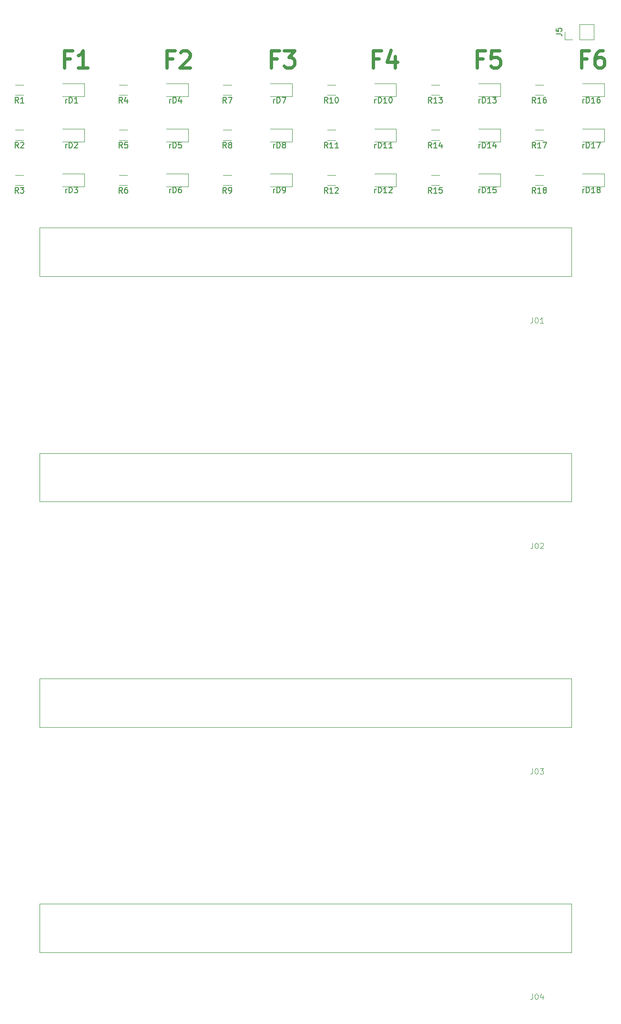
<source format=gbr>
%TF.GenerationSoftware,KiCad,Pcbnew,7.0.10*%
%TF.CreationDate,2024-02-14T11:35:49-06:00*%
%TF.ProjectId,rck,72636b2e-6b69-4636-9164-5f7063625858,rev?*%
%TF.SameCoordinates,PX22c24e4PYbb5f0a8*%
%TF.FileFunction,Legend,Top*%
%TF.FilePolarity,Positive*%
%FSLAX46Y46*%
G04 Gerber Fmt 4.6, Leading zero omitted, Abs format (unit mm)*
G04 Created by KiCad (PCBNEW 7.0.10) date 2024-02-14 11:35:49*
%MOMM*%
%LPD*%
G01*
G04 APERTURE LIST*
%ADD10C,0.600000*%
%ADD11C,0.150000*%
%ADD12C,0.100000*%
%ADD13C,0.120000*%
G04 APERTURE END LIST*
D10*
X41322021Y173060772D02*
X40322021Y173060772D01*
X40322021Y171489343D02*
X40322021Y174489343D01*
X40322021Y174489343D02*
X41750593Y174489343D01*
X42750593Y174203629D02*
X42893450Y174346486D01*
X42893450Y174346486D02*
X43179165Y174489343D01*
X43179165Y174489343D02*
X43893450Y174489343D01*
X43893450Y174489343D02*
X44179165Y174346486D01*
X44179165Y174346486D02*
X44322022Y174203629D01*
X44322022Y174203629D02*
X44464879Y173917915D01*
X44464879Y173917915D02*
X44464879Y173632200D01*
X44464879Y173632200D02*
X44322022Y173203629D01*
X44322022Y173203629D02*
X42607736Y171489343D01*
X42607736Y171489343D02*
X44464879Y171489343D01*
X23161021Y173060772D02*
X22161021Y173060772D01*
X22161021Y171489343D02*
X22161021Y174489343D01*
X22161021Y174489343D02*
X23589593Y174489343D01*
X26303879Y171489343D02*
X24589593Y171489343D01*
X25446736Y171489343D02*
X25446736Y174489343D01*
X25446736Y174489343D02*
X25161022Y174060772D01*
X25161022Y174060772D02*
X24875307Y173775058D01*
X24875307Y173775058D02*
X24589593Y173632200D01*
X78025021Y173060772D02*
X77025021Y173060772D01*
X77025021Y171489343D02*
X77025021Y174489343D01*
X77025021Y174489343D02*
X78453593Y174489343D01*
X80882165Y173489343D02*
X80882165Y171489343D01*
X80167879Y174632200D02*
X79453593Y172489343D01*
X79453593Y172489343D02*
X81310736Y172489343D01*
X96440021Y173060772D02*
X95440021Y173060772D01*
X95440021Y171489343D02*
X95440021Y174489343D01*
X95440021Y174489343D02*
X96868593Y174489343D01*
X99440022Y174489343D02*
X98011450Y174489343D01*
X98011450Y174489343D02*
X97868593Y173060772D01*
X97868593Y173060772D02*
X98011450Y173203629D01*
X98011450Y173203629D02*
X98297165Y173346486D01*
X98297165Y173346486D02*
X99011450Y173346486D01*
X99011450Y173346486D02*
X99297165Y173203629D01*
X99297165Y173203629D02*
X99440022Y173060772D01*
X99440022Y173060772D02*
X99582879Y172775058D01*
X99582879Y172775058D02*
X99582879Y172060772D01*
X99582879Y172060772D02*
X99440022Y171775058D01*
X99440022Y171775058D02*
X99297165Y171632200D01*
X99297165Y171632200D02*
X99011450Y171489343D01*
X99011450Y171489343D02*
X98297165Y171489343D01*
X98297165Y171489343D02*
X98011450Y171632200D01*
X98011450Y171632200D02*
X97868593Y171775058D01*
X59864021Y173060772D02*
X58864021Y173060772D01*
X58864021Y171489343D02*
X58864021Y174489343D01*
X58864021Y174489343D02*
X60292593Y174489343D01*
X61149736Y174489343D02*
X63006879Y174489343D01*
X63006879Y174489343D02*
X62006879Y173346486D01*
X62006879Y173346486D02*
X62435450Y173346486D01*
X62435450Y173346486D02*
X62721165Y173203629D01*
X62721165Y173203629D02*
X62864022Y173060772D01*
X62864022Y173060772D02*
X63006879Y172775058D01*
X63006879Y172775058D02*
X63006879Y172060772D01*
X63006879Y172060772D02*
X62864022Y171775058D01*
X62864022Y171775058D02*
X62721165Y171632200D01*
X62721165Y171632200D02*
X62435450Y171489343D01*
X62435450Y171489343D02*
X61578307Y171489343D01*
X61578307Y171489343D02*
X61292593Y171632200D01*
X61292593Y171632200D02*
X61149736Y171775058D01*
X114959021Y173060772D02*
X113959021Y173060772D01*
X113959021Y171489343D02*
X113959021Y174489343D01*
X113959021Y174489343D02*
X115387593Y174489343D01*
X117816165Y174489343D02*
X117244736Y174489343D01*
X117244736Y174489343D02*
X116959022Y174346486D01*
X116959022Y174346486D02*
X116816165Y174203629D01*
X116816165Y174203629D02*
X116530450Y173775058D01*
X116530450Y173775058D02*
X116387593Y173203629D01*
X116387593Y173203629D02*
X116387593Y172060772D01*
X116387593Y172060772D02*
X116530450Y171775058D01*
X116530450Y171775058D02*
X116673307Y171632200D01*
X116673307Y171632200D02*
X116959022Y171489343D01*
X116959022Y171489343D02*
X117530450Y171489343D01*
X117530450Y171489343D02*
X117816165Y171632200D01*
X117816165Y171632200D02*
X117959022Y171775058D01*
X117959022Y171775058D02*
X118101879Y172060772D01*
X118101879Y172060772D02*
X118101879Y172775058D01*
X118101879Y172775058D02*
X117959022Y173060772D01*
X117959022Y173060772D02*
X117816165Y173203629D01*
X117816165Y173203629D02*
X117530450Y173346486D01*
X117530450Y173346486D02*
X116959022Y173346486D01*
X116959022Y173346486D02*
X116673307Y173203629D01*
X116673307Y173203629D02*
X116530450Y173060772D01*
X116530450Y173060772D02*
X116387593Y172775058D01*
D11*
X105856502Y149235181D02*
X105523169Y149711372D01*
X105285074Y149235181D02*
X105285074Y150235181D01*
X105285074Y150235181D02*
X105666026Y150235181D01*
X105666026Y150235181D02*
X105761264Y150187562D01*
X105761264Y150187562D02*
X105808883Y150139943D01*
X105808883Y150139943D02*
X105856502Y150044705D01*
X105856502Y150044705D02*
X105856502Y149901848D01*
X105856502Y149901848D02*
X105808883Y149806610D01*
X105808883Y149806610D02*
X105761264Y149758991D01*
X105761264Y149758991D02*
X105666026Y149711372D01*
X105666026Y149711372D02*
X105285074Y149711372D01*
X106808883Y149235181D02*
X106237455Y149235181D01*
X106523169Y149235181D02*
X106523169Y150235181D01*
X106523169Y150235181D02*
X106427931Y150092324D01*
X106427931Y150092324D02*
X106332693Y149997086D01*
X106332693Y149997086D02*
X106237455Y149949467D01*
X107380312Y149806610D02*
X107285074Y149854229D01*
X107285074Y149854229D02*
X107237455Y149901848D01*
X107237455Y149901848D02*
X107189836Y149997086D01*
X107189836Y149997086D02*
X107189836Y150044705D01*
X107189836Y150044705D02*
X107237455Y150139943D01*
X107237455Y150139943D02*
X107285074Y150187562D01*
X107285074Y150187562D02*
X107380312Y150235181D01*
X107380312Y150235181D02*
X107570788Y150235181D01*
X107570788Y150235181D02*
X107666026Y150187562D01*
X107666026Y150187562D02*
X107713645Y150139943D01*
X107713645Y150139943D02*
X107761264Y150044705D01*
X107761264Y150044705D02*
X107761264Y149997086D01*
X107761264Y149997086D02*
X107713645Y149901848D01*
X107713645Y149901848D02*
X107666026Y149854229D01*
X107666026Y149854229D02*
X107570788Y149806610D01*
X107570788Y149806610D02*
X107380312Y149806610D01*
X107380312Y149806610D02*
X107285074Y149758991D01*
X107285074Y149758991D02*
X107237455Y149711372D01*
X107237455Y149711372D02*
X107189836Y149616134D01*
X107189836Y149616134D02*
X107189836Y149425658D01*
X107189836Y149425658D02*
X107237455Y149330420D01*
X107237455Y149330420D02*
X107285074Y149282800D01*
X107285074Y149282800D02*
X107380312Y149235181D01*
X107380312Y149235181D02*
X107570788Y149235181D01*
X107570788Y149235181D02*
X107666026Y149282800D01*
X107666026Y149282800D02*
X107713645Y149330420D01*
X107713645Y149330420D02*
X107761264Y149425658D01*
X107761264Y149425658D02*
X107761264Y149616134D01*
X107761264Y149616134D02*
X107713645Y149711372D01*
X107713645Y149711372D02*
X107666026Y149758991D01*
X107666026Y149758991D02*
X107570788Y149806610D01*
X68913958Y165237181D02*
X68580625Y165713372D01*
X68342530Y165237181D02*
X68342530Y166237181D01*
X68342530Y166237181D02*
X68723482Y166237181D01*
X68723482Y166237181D02*
X68818720Y166189562D01*
X68818720Y166189562D02*
X68866339Y166141943D01*
X68866339Y166141943D02*
X68913958Y166046705D01*
X68913958Y166046705D02*
X68913958Y165903848D01*
X68913958Y165903848D02*
X68866339Y165808610D01*
X68866339Y165808610D02*
X68818720Y165760991D01*
X68818720Y165760991D02*
X68723482Y165713372D01*
X68723482Y165713372D02*
X68342530Y165713372D01*
X69866339Y165237181D02*
X69294911Y165237181D01*
X69580625Y165237181D02*
X69580625Y166237181D01*
X69580625Y166237181D02*
X69485387Y166094324D01*
X69485387Y166094324D02*
X69390149Y165999086D01*
X69390149Y165999086D02*
X69294911Y165951467D01*
X70485387Y166237181D02*
X70580625Y166237181D01*
X70580625Y166237181D02*
X70675863Y166189562D01*
X70675863Y166189562D02*
X70723482Y166141943D01*
X70723482Y166141943D02*
X70771101Y166046705D01*
X70771101Y166046705D02*
X70818720Y165856229D01*
X70818720Y165856229D02*
X70818720Y165618134D01*
X70818720Y165618134D02*
X70771101Y165427658D01*
X70771101Y165427658D02*
X70723482Y165332420D01*
X70723482Y165332420D02*
X70675863Y165284800D01*
X70675863Y165284800D02*
X70580625Y165237181D01*
X70580625Y165237181D02*
X70485387Y165237181D01*
X70485387Y165237181D02*
X70390149Y165284800D01*
X70390149Y165284800D02*
X70342530Y165332420D01*
X70342530Y165332420D02*
X70294911Y165427658D01*
X70294911Y165427658D02*
X70247292Y165618134D01*
X70247292Y165618134D02*
X70247292Y165856229D01*
X70247292Y165856229D02*
X70294911Y166046705D01*
X70294911Y166046705D02*
X70342530Y166141943D01*
X70342530Y166141943D02*
X70390149Y166189562D01*
X70390149Y166189562D02*
X70485387Y166237181D01*
X109484819Y177488667D02*
X110199104Y177488667D01*
X110199104Y177488667D02*
X110341961Y177441048D01*
X110341961Y177441048D02*
X110437200Y177345810D01*
X110437200Y177345810D02*
X110484819Y177202953D01*
X110484819Y177202953D02*
X110484819Y177107715D01*
X109484819Y178441048D02*
X109484819Y177964858D01*
X109484819Y177964858D02*
X109961009Y177917239D01*
X109961009Y177917239D02*
X109913390Y177964858D01*
X109913390Y177964858D02*
X109865771Y178060096D01*
X109865771Y178060096D02*
X109865771Y178298191D01*
X109865771Y178298191D02*
X109913390Y178393429D01*
X109913390Y178393429D02*
X109961009Y178441048D01*
X109961009Y178441048D02*
X110056247Y178488667D01*
X110056247Y178488667D02*
X110294342Y178488667D01*
X110294342Y178488667D02*
X110389580Y178441048D01*
X110389580Y178441048D02*
X110437200Y178393429D01*
X110437200Y178393429D02*
X110484819Y178298191D01*
X110484819Y178298191D02*
X110484819Y178060096D01*
X110484819Y178060096D02*
X110437200Y177964858D01*
X110437200Y177964858D02*
X110389580Y177917239D01*
X95759914Y149285181D02*
X95759914Y149951848D01*
X95759914Y149761372D02*
X95807533Y149856610D01*
X95807533Y149856610D02*
X95855152Y149904229D01*
X95855152Y149904229D02*
X95950390Y149951848D01*
X95950390Y149951848D02*
X96045628Y149951848D01*
X96378962Y149285181D02*
X96378962Y150285181D01*
X96378962Y150285181D02*
X96617057Y150285181D01*
X96617057Y150285181D02*
X96759914Y150237562D01*
X96759914Y150237562D02*
X96855152Y150142324D01*
X96855152Y150142324D02*
X96902771Y150047086D01*
X96902771Y150047086D02*
X96950390Y149856610D01*
X96950390Y149856610D02*
X96950390Y149713753D01*
X96950390Y149713753D02*
X96902771Y149523277D01*
X96902771Y149523277D02*
X96855152Y149428039D01*
X96855152Y149428039D02*
X96759914Y149332800D01*
X96759914Y149332800D02*
X96617057Y149285181D01*
X96617057Y149285181D02*
X96378962Y149285181D01*
X97902771Y149285181D02*
X97331343Y149285181D01*
X97617057Y149285181D02*
X97617057Y150285181D01*
X97617057Y150285181D02*
X97521819Y150142324D01*
X97521819Y150142324D02*
X97426581Y150047086D01*
X97426581Y150047086D02*
X97331343Y149999467D01*
X98807533Y150285181D02*
X98331343Y150285181D01*
X98331343Y150285181D02*
X98283724Y149808991D01*
X98283724Y149808991D02*
X98331343Y149856610D01*
X98331343Y149856610D02*
X98426581Y149904229D01*
X98426581Y149904229D02*
X98664676Y149904229D01*
X98664676Y149904229D02*
X98759914Y149856610D01*
X98759914Y149856610D02*
X98807533Y149808991D01*
X98807533Y149808991D02*
X98855152Y149713753D01*
X98855152Y149713753D02*
X98855152Y149475658D01*
X98855152Y149475658D02*
X98807533Y149380420D01*
X98807533Y149380420D02*
X98759914Y149332800D01*
X98759914Y149332800D02*
X98664676Y149285181D01*
X98664676Y149285181D02*
X98426581Y149285181D01*
X98426581Y149285181D02*
X98331343Y149332800D01*
X98331343Y149332800D02*
X98283724Y149380420D01*
X50918877Y165237181D02*
X50585544Y165713372D01*
X50347449Y165237181D02*
X50347449Y166237181D01*
X50347449Y166237181D02*
X50728401Y166237181D01*
X50728401Y166237181D02*
X50823639Y166189562D01*
X50823639Y166189562D02*
X50871258Y166141943D01*
X50871258Y166141943D02*
X50918877Y166046705D01*
X50918877Y166046705D02*
X50918877Y165903848D01*
X50918877Y165903848D02*
X50871258Y165808610D01*
X50871258Y165808610D02*
X50823639Y165760991D01*
X50823639Y165760991D02*
X50728401Y165713372D01*
X50728401Y165713372D02*
X50347449Y165713372D01*
X51252211Y166237181D02*
X51918877Y166237181D01*
X51918877Y166237181D02*
X51490306Y165237181D01*
X40822289Y165237181D02*
X40822289Y165903848D01*
X40822289Y165713372D02*
X40869908Y165808610D01*
X40869908Y165808610D02*
X40917527Y165856229D01*
X40917527Y165856229D02*
X41012765Y165903848D01*
X41012765Y165903848D02*
X41108003Y165903848D01*
X41441337Y165237181D02*
X41441337Y166237181D01*
X41441337Y166237181D02*
X41679432Y166237181D01*
X41679432Y166237181D02*
X41822289Y166189562D01*
X41822289Y166189562D02*
X41917527Y166094324D01*
X41917527Y166094324D02*
X41965146Y165999086D01*
X41965146Y165999086D02*
X42012765Y165808610D01*
X42012765Y165808610D02*
X42012765Y165665753D01*
X42012765Y165665753D02*
X41965146Y165475277D01*
X41965146Y165475277D02*
X41917527Y165380039D01*
X41917527Y165380039D02*
X41822289Y165284800D01*
X41822289Y165284800D02*
X41679432Y165237181D01*
X41679432Y165237181D02*
X41441337Y165237181D01*
X42869908Y165903848D02*
X42869908Y165237181D01*
X42631813Y166284800D02*
X42393718Y165570515D01*
X42393718Y165570515D02*
X43012765Y165570515D01*
D12*
X105287476Y7174581D02*
X105287476Y6460296D01*
X105287476Y6460296D02*
X105239857Y6317439D01*
X105239857Y6317439D02*
X105144619Y6222200D01*
X105144619Y6222200D02*
X105001762Y6174581D01*
X105001762Y6174581D02*
X104906524Y6174581D01*
X105954143Y7174581D02*
X106049381Y7174581D01*
X106049381Y7174581D02*
X106144619Y7126962D01*
X106144619Y7126962D02*
X106192238Y7079343D01*
X106192238Y7079343D02*
X106239857Y6984105D01*
X106239857Y6984105D02*
X106287476Y6793629D01*
X106287476Y6793629D02*
X106287476Y6555534D01*
X106287476Y6555534D02*
X106239857Y6365058D01*
X106239857Y6365058D02*
X106192238Y6269820D01*
X106192238Y6269820D02*
X106144619Y6222200D01*
X106144619Y6222200D02*
X106049381Y6174581D01*
X106049381Y6174581D02*
X105954143Y6174581D01*
X105954143Y6174581D02*
X105858905Y6222200D01*
X105858905Y6222200D02*
X105811286Y6269820D01*
X105811286Y6269820D02*
X105763667Y6365058D01*
X105763667Y6365058D02*
X105716048Y6555534D01*
X105716048Y6555534D02*
X105716048Y6793629D01*
X105716048Y6793629D02*
X105763667Y6984105D01*
X105763667Y6984105D02*
X105811286Y7079343D01*
X105811286Y7079343D02*
X105858905Y7126962D01*
X105858905Y7126962D02*
X105954143Y7174581D01*
X107144619Y6841248D02*
X107144619Y6174581D01*
X106906524Y7222200D02*
X106668429Y6507915D01*
X106668429Y6507915D02*
X107287476Y6507915D01*
D11*
X77288642Y157236181D02*
X77288642Y157902848D01*
X77288642Y157712372D02*
X77336261Y157807610D01*
X77336261Y157807610D02*
X77383880Y157855229D01*
X77383880Y157855229D02*
X77479118Y157902848D01*
X77479118Y157902848D02*
X77574356Y157902848D01*
X77907690Y157236181D02*
X77907690Y158236181D01*
X77907690Y158236181D02*
X78145785Y158236181D01*
X78145785Y158236181D02*
X78288642Y158188562D01*
X78288642Y158188562D02*
X78383880Y158093324D01*
X78383880Y158093324D02*
X78431499Y157998086D01*
X78431499Y157998086D02*
X78479118Y157807610D01*
X78479118Y157807610D02*
X78479118Y157664753D01*
X78479118Y157664753D02*
X78431499Y157474277D01*
X78431499Y157474277D02*
X78383880Y157379039D01*
X78383880Y157379039D02*
X78288642Y157283800D01*
X78288642Y157283800D02*
X78145785Y157236181D01*
X78145785Y157236181D02*
X77907690Y157236181D01*
X79431499Y157236181D02*
X78860071Y157236181D01*
X79145785Y157236181D02*
X79145785Y158236181D01*
X79145785Y158236181D02*
X79050547Y158093324D01*
X79050547Y158093324D02*
X78955309Y157998086D01*
X78955309Y157998086D02*
X78860071Y157950467D01*
X80383880Y157236181D02*
X79812452Y157236181D01*
X80098166Y157236181D02*
X80098166Y158236181D01*
X80098166Y158236181D02*
X80002928Y158093324D01*
X80002928Y158093324D02*
X79907690Y157998086D01*
X79907690Y157998086D02*
X79812452Y157950467D01*
X32447605Y149235181D02*
X32114272Y149711372D01*
X31876177Y149235181D02*
X31876177Y150235181D01*
X31876177Y150235181D02*
X32257129Y150235181D01*
X32257129Y150235181D02*
X32352367Y150187562D01*
X32352367Y150187562D02*
X32399986Y150139943D01*
X32399986Y150139943D02*
X32447605Y150044705D01*
X32447605Y150044705D02*
X32447605Y149901848D01*
X32447605Y149901848D02*
X32399986Y149806610D01*
X32399986Y149806610D02*
X32352367Y149758991D01*
X32352367Y149758991D02*
X32257129Y149711372D01*
X32257129Y149711372D02*
X31876177Y149711372D01*
X33304748Y150235181D02*
X33114272Y150235181D01*
X33114272Y150235181D02*
X33019034Y150187562D01*
X33019034Y150187562D02*
X32971415Y150139943D01*
X32971415Y150139943D02*
X32876177Y149997086D01*
X32876177Y149997086D02*
X32828558Y149806610D01*
X32828558Y149806610D02*
X32828558Y149425658D01*
X32828558Y149425658D02*
X32876177Y149330420D01*
X32876177Y149330420D02*
X32923796Y149282800D01*
X32923796Y149282800D02*
X33019034Y149235181D01*
X33019034Y149235181D02*
X33209510Y149235181D01*
X33209510Y149235181D02*
X33304748Y149282800D01*
X33304748Y149282800D02*
X33352367Y149330420D01*
X33352367Y149330420D02*
X33399986Y149425658D01*
X33399986Y149425658D02*
X33399986Y149663753D01*
X33399986Y149663753D02*
X33352367Y149758991D01*
X33352367Y149758991D02*
X33304748Y149806610D01*
X33304748Y149806610D02*
X33209510Y149854229D01*
X33209510Y149854229D02*
X33019034Y149854229D01*
X33019034Y149854229D02*
X32923796Y149806610D01*
X32923796Y149806610D02*
X32876177Y149758991D01*
X32876177Y149758991D02*
X32828558Y149663753D01*
X95759914Y165237181D02*
X95759914Y165903848D01*
X95759914Y165713372D02*
X95807533Y165808610D01*
X95807533Y165808610D02*
X95855152Y165856229D01*
X95855152Y165856229D02*
X95950390Y165903848D01*
X95950390Y165903848D02*
X96045628Y165903848D01*
X96378962Y165237181D02*
X96378962Y166237181D01*
X96378962Y166237181D02*
X96617057Y166237181D01*
X96617057Y166237181D02*
X96759914Y166189562D01*
X96759914Y166189562D02*
X96855152Y166094324D01*
X96855152Y166094324D02*
X96902771Y165999086D01*
X96902771Y165999086D02*
X96950390Y165808610D01*
X96950390Y165808610D02*
X96950390Y165665753D01*
X96950390Y165665753D02*
X96902771Y165475277D01*
X96902771Y165475277D02*
X96855152Y165380039D01*
X96855152Y165380039D02*
X96759914Y165284800D01*
X96759914Y165284800D02*
X96617057Y165237181D01*
X96617057Y165237181D02*
X96378962Y165237181D01*
X97902771Y165237181D02*
X97331343Y165237181D01*
X97617057Y165237181D02*
X97617057Y166237181D01*
X97617057Y166237181D02*
X97521819Y166094324D01*
X97521819Y166094324D02*
X97426581Y165999086D01*
X97426581Y165999086D02*
X97331343Y165951467D01*
X98236105Y166237181D02*
X98855152Y166237181D01*
X98855152Y166237181D02*
X98521819Y165856229D01*
X98521819Y165856229D02*
X98664676Y165856229D01*
X98664676Y165856229D02*
X98759914Y165808610D01*
X98759914Y165808610D02*
X98807533Y165760991D01*
X98807533Y165760991D02*
X98855152Y165665753D01*
X98855152Y165665753D02*
X98855152Y165427658D01*
X98855152Y165427658D02*
X98807533Y165332420D01*
X98807533Y165332420D02*
X98759914Y165284800D01*
X98759914Y165284800D02*
X98664676Y165237181D01*
X98664676Y165237181D02*
X98378962Y165237181D01*
X98378962Y165237181D02*
X98283724Y165284800D01*
X98283724Y165284800D02*
X98236105Y165332420D01*
X32447605Y157236181D02*
X32114272Y157712372D01*
X31876177Y157236181D02*
X31876177Y158236181D01*
X31876177Y158236181D02*
X32257129Y158236181D01*
X32257129Y158236181D02*
X32352367Y158188562D01*
X32352367Y158188562D02*
X32399986Y158140943D01*
X32399986Y158140943D02*
X32447605Y158045705D01*
X32447605Y158045705D02*
X32447605Y157902848D01*
X32447605Y157902848D02*
X32399986Y157807610D01*
X32399986Y157807610D02*
X32352367Y157759991D01*
X32352367Y157759991D02*
X32257129Y157712372D01*
X32257129Y157712372D02*
X31876177Y157712372D01*
X33352367Y158236181D02*
X32876177Y158236181D01*
X32876177Y158236181D02*
X32828558Y157759991D01*
X32828558Y157759991D02*
X32876177Y157807610D01*
X32876177Y157807610D02*
X32971415Y157855229D01*
X32971415Y157855229D02*
X33209510Y157855229D01*
X33209510Y157855229D02*
X33304748Y157807610D01*
X33304748Y157807610D02*
X33352367Y157759991D01*
X33352367Y157759991D02*
X33399986Y157664753D01*
X33399986Y157664753D02*
X33399986Y157426658D01*
X33399986Y157426658D02*
X33352367Y157331420D01*
X33352367Y157331420D02*
X33304748Y157283800D01*
X33304748Y157283800D02*
X33209510Y157236181D01*
X33209510Y157236181D02*
X32971415Y157236181D01*
X32971415Y157236181D02*
X32876177Y157283800D01*
X32876177Y157283800D02*
X32828558Y157331420D01*
X50918877Y157236181D02*
X50585544Y157712372D01*
X50347449Y157236181D02*
X50347449Y158236181D01*
X50347449Y158236181D02*
X50728401Y158236181D01*
X50728401Y158236181D02*
X50823639Y158188562D01*
X50823639Y158188562D02*
X50871258Y158140943D01*
X50871258Y158140943D02*
X50918877Y158045705D01*
X50918877Y158045705D02*
X50918877Y157902848D01*
X50918877Y157902848D02*
X50871258Y157807610D01*
X50871258Y157807610D02*
X50823639Y157759991D01*
X50823639Y157759991D02*
X50728401Y157712372D01*
X50728401Y157712372D02*
X50347449Y157712372D01*
X51490306Y157807610D02*
X51395068Y157855229D01*
X51395068Y157855229D02*
X51347449Y157902848D01*
X51347449Y157902848D02*
X51299830Y157998086D01*
X51299830Y157998086D02*
X51299830Y158045705D01*
X51299830Y158045705D02*
X51347449Y158140943D01*
X51347449Y158140943D02*
X51395068Y158188562D01*
X51395068Y158188562D02*
X51490306Y158236181D01*
X51490306Y158236181D02*
X51680782Y158236181D01*
X51680782Y158236181D02*
X51776020Y158188562D01*
X51776020Y158188562D02*
X51823639Y158140943D01*
X51823639Y158140943D02*
X51871258Y158045705D01*
X51871258Y158045705D02*
X51871258Y157998086D01*
X51871258Y157998086D02*
X51823639Y157902848D01*
X51823639Y157902848D02*
X51776020Y157855229D01*
X51776020Y157855229D02*
X51680782Y157807610D01*
X51680782Y157807610D02*
X51490306Y157807610D01*
X51490306Y157807610D02*
X51395068Y157759991D01*
X51395068Y157759991D02*
X51347449Y157712372D01*
X51347449Y157712372D02*
X51299830Y157617134D01*
X51299830Y157617134D02*
X51299830Y157426658D01*
X51299830Y157426658D02*
X51347449Y157331420D01*
X51347449Y157331420D02*
X51395068Y157283800D01*
X51395068Y157283800D02*
X51490306Y157236181D01*
X51490306Y157236181D02*
X51680782Y157236181D01*
X51680782Y157236181D02*
X51776020Y157283800D01*
X51776020Y157283800D02*
X51823639Y157331420D01*
X51823639Y157331420D02*
X51871258Y157426658D01*
X51871258Y157426658D02*
X51871258Y157617134D01*
X51871258Y157617134D02*
X51823639Y157712372D01*
X51823639Y157712372D02*
X51776020Y157759991D01*
X51776020Y157759991D02*
X51680782Y157807610D01*
X32447605Y165237181D02*
X32114272Y165713372D01*
X31876177Y165237181D02*
X31876177Y166237181D01*
X31876177Y166237181D02*
X32257129Y166237181D01*
X32257129Y166237181D02*
X32352367Y166189562D01*
X32352367Y166189562D02*
X32399986Y166141943D01*
X32399986Y166141943D02*
X32447605Y166046705D01*
X32447605Y166046705D02*
X32447605Y165903848D01*
X32447605Y165903848D02*
X32399986Y165808610D01*
X32399986Y165808610D02*
X32352367Y165760991D01*
X32352367Y165760991D02*
X32257129Y165713372D01*
X32257129Y165713372D02*
X31876177Y165713372D01*
X33304748Y165903848D02*
X33304748Y165237181D01*
X33066653Y166284800D02*
X32828558Y165570515D01*
X32828558Y165570515D02*
X33447605Y165570515D01*
X114231190Y149285181D02*
X114231190Y149951848D01*
X114231190Y149761372D02*
X114278809Y149856610D01*
X114278809Y149856610D02*
X114326428Y149904229D01*
X114326428Y149904229D02*
X114421666Y149951848D01*
X114421666Y149951848D02*
X114516904Y149951848D01*
X114850238Y149285181D02*
X114850238Y150285181D01*
X114850238Y150285181D02*
X115088333Y150285181D01*
X115088333Y150285181D02*
X115231190Y150237562D01*
X115231190Y150237562D02*
X115326428Y150142324D01*
X115326428Y150142324D02*
X115374047Y150047086D01*
X115374047Y150047086D02*
X115421666Y149856610D01*
X115421666Y149856610D02*
X115421666Y149713753D01*
X115421666Y149713753D02*
X115374047Y149523277D01*
X115374047Y149523277D02*
X115326428Y149428039D01*
X115326428Y149428039D02*
X115231190Y149332800D01*
X115231190Y149332800D02*
X115088333Y149285181D01*
X115088333Y149285181D02*
X114850238Y149285181D01*
X116374047Y149285181D02*
X115802619Y149285181D01*
X116088333Y149285181D02*
X116088333Y150285181D01*
X116088333Y150285181D02*
X115993095Y150142324D01*
X115993095Y150142324D02*
X115897857Y150047086D01*
X115897857Y150047086D02*
X115802619Y149999467D01*
X116945476Y149856610D02*
X116850238Y149904229D01*
X116850238Y149904229D02*
X116802619Y149951848D01*
X116802619Y149951848D02*
X116755000Y150047086D01*
X116755000Y150047086D02*
X116755000Y150094705D01*
X116755000Y150094705D02*
X116802619Y150189943D01*
X116802619Y150189943D02*
X116850238Y150237562D01*
X116850238Y150237562D02*
X116945476Y150285181D01*
X116945476Y150285181D02*
X117135952Y150285181D01*
X117135952Y150285181D02*
X117231190Y150237562D01*
X117231190Y150237562D02*
X117278809Y150189943D01*
X117278809Y150189943D02*
X117326428Y150094705D01*
X117326428Y150094705D02*
X117326428Y150047086D01*
X117326428Y150047086D02*
X117278809Y149951848D01*
X117278809Y149951848D02*
X117231190Y149904229D01*
X117231190Y149904229D02*
X117135952Y149856610D01*
X117135952Y149856610D02*
X116945476Y149856610D01*
X116945476Y149856610D02*
X116850238Y149808991D01*
X116850238Y149808991D02*
X116802619Y149761372D01*
X116802619Y149761372D02*
X116755000Y149666134D01*
X116755000Y149666134D02*
X116755000Y149475658D01*
X116755000Y149475658D02*
X116802619Y149380420D01*
X116802619Y149380420D02*
X116850238Y149332800D01*
X116850238Y149332800D02*
X116945476Y149285181D01*
X116945476Y149285181D02*
X117135952Y149285181D01*
X117135952Y149285181D02*
X117231190Y149332800D01*
X117231190Y149332800D02*
X117278809Y149380420D01*
X117278809Y149380420D02*
X117326428Y149475658D01*
X117326428Y149475658D02*
X117326428Y149666134D01*
X117326428Y149666134D02*
X117278809Y149761372D01*
X117278809Y149761372D02*
X117231190Y149808991D01*
X117231190Y149808991D02*
X117135952Y149856610D01*
X105856502Y165237181D02*
X105523169Y165713372D01*
X105285074Y165237181D02*
X105285074Y166237181D01*
X105285074Y166237181D02*
X105666026Y166237181D01*
X105666026Y166237181D02*
X105761264Y166189562D01*
X105761264Y166189562D02*
X105808883Y166141943D01*
X105808883Y166141943D02*
X105856502Y166046705D01*
X105856502Y166046705D02*
X105856502Y165903848D01*
X105856502Y165903848D02*
X105808883Y165808610D01*
X105808883Y165808610D02*
X105761264Y165760991D01*
X105761264Y165760991D02*
X105666026Y165713372D01*
X105666026Y165713372D02*
X105285074Y165713372D01*
X106808883Y165237181D02*
X106237455Y165237181D01*
X106523169Y165237181D02*
X106523169Y166237181D01*
X106523169Y166237181D02*
X106427931Y166094324D01*
X106427931Y166094324D02*
X106332693Y165999086D01*
X106332693Y165999086D02*
X106237455Y165951467D01*
X107666026Y166237181D02*
X107475550Y166237181D01*
X107475550Y166237181D02*
X107380312Y166189562D01*
X107380312Y166189562D02*
X107332693Y166141943D01*
X107332693Y166141943D02*
X107237455Y165999086D01*
X107237455Y165999086D02*
X107189836Y165808610D01*
X107189836Y165808610D02*
X107189836Y165427658D01*
X107189836Y165427658D02*
X107237455Y165332420D01*
X107237455Y165332420D02*
X107285074Y165284800D01*
X107285074Y165284800D02*
X107380312Y165237181D01*
X107380312Y165237181D02*
X107570788Y165237181D01*
X107570788Y165237181D02*
X107666026Y165284800D01*
X107666026Y165284800D02*
X107713645Y165332420D01*
X107713645Y165332420D02*
X107761264Y165427658D01*
X107761264Y165427658D02*
X107761264Y165665753D01*
X107761264Y165665753D02*
X107713645Y165760991D01*
X107713645Y165760991D02*
X107666026Y165808610D01*
X107666026Y165808610D02*
X107570788Y165856229D01*
X107570788Y165856229D02*
X107380312Y165856229D01*
X107380312Y165856229D02*
X107285074Y165808610D01*
X107285074Y165808610D02*
X107237455Y165760991D01*
X107237455Y165760991D02*
X107189836Y165665753D01*
D12*
X105287476Y87174581D02*
X105287476Y86460296D01*
X105287476Y86460296D02*
X105239857Y86317439D01*
X105239857Y86317439D02*
X105144619Y86222200D01*
X105144619Y86222200D02*
X105001762Y86174581D01*
X105001762Y86174581D02*
X104906524Y86174581D01*
X105954143Y87174581D02*
X106049381Y87174581D01*
X106049381Y87174581D02*
X106144619Y87126962D01*
X106144619Y87126962D02*
X106192238Y87079343D01*
X106192238Y87079343D02*
X106239857Y86984105D01*
X106239857Y86984105D02*
X106287476Y86793629D01*
X106287476Y86793629D02*
X106287476Y86555534D01*
X106287476Y86555534D02*
X106239857Y86365058D01*
X106239857Y86365058D02*
X106192238Y86269820D01*
X106192238Y86269820D02*
X106144619Y86222200D01*
X106144619Y86222200D02*
X106049381Y86174581D01*
X106049381Y86174581D02*
X105954143Y86174581D01*
X105954143Y86174581D02*
X105858905Y86222200D01*
X105858905Y86222200D02*
X105811286Y86269820D01*
X105811286Y86269820D02*
X105763667Y86365058D01*
X105763667Y86365058D02*
X105716048Y86555534D01*
X105716048Y86555534D02*
X105716048Y86793629D01*
X105716048Y86793629D02*
X105763667Y86984105D01*
X105763667Y86984105D02*
X105811286Y87079343D01*
X105811286Y87079343D02*
X105858905Y87126962D01*
X105858905Y87126962D02*
X105954143Y87174581D01*
X106668429Y87079343D02*
X106716048Y87126962D01*
X106716048Y87126962D02*
X106811286Y87174581D01*
X106811286Y87174581D02*
X107049381Y87174581D01*
X107049381Y87174581D02*
X107144619Y87126962D01*
X107144619Y87126962D02*
X107192238Y87079343D01*
X107192238Y87079343D02*
X107239857Y86984105D01*
X107239857Y86984105D02*
X107239857Y86888867D01*
X107239857Y86888867D02*
X107192238Y86746010D01*
X107192238Y86746010D02*
X106620810Y86174581D01*
X106620810Y86174581D02*
X107239857Y86174581D01*
D11*
X13976333Y165237181D02*
X13643000Y165713372D01*
X13404905Y165237181D02*
X13404905Y166237181D01*
X13404905Y166237181D02*
X13785857Y166237181D01*
X13785857Y166237181D02*
X13881095Y166189562D01*
X13881095Y166189562D02*
X13928714Y166141943D01*
X13928714Y166141943D02*
X13976333Y166046705D01*
X13976333Y166046705D02*
X13976333Y165903848D01*
X13976333Y165903848D02*
X13928714Y165808610D01*
X13928714Y165808610D02*
X13881095Y165760991D01*
X13881095Y165760991D02*
X13785857Y165713372D01*
X13785857Y165713372D02*
X13404905Y165713372D01*
X14928714Y165237181D02*
X14357286Y165237181D01*
X14643000Y165237181D02*
X14643000Y166237181D01*
X14643000Y166237181D02*
X14547762Y166094324D01*
X14547762Y166094324D02*
X14452524Y165999086D01*
X14452524Y165999086D02*
X14357286Y165951467D01*
X95759914Y157236181D02*
X95759914Y157902848D01*
X95759914Y157712372D02*
X95807533Y157807610D01*
X95807533Y157807610D02*
X95855152Y157855229D01*
X95855152Y157855229D02*
X95950390Y157902848D01*
X95950390Y157902848D02*
X96045628Y157902848D01*
X96378962Y157236181D02*
X96378962Y158236181D01*
X96378962Y158236181D02*
X96617057Y158236181D01*
X96617057Y158236181D02*
X96759914Y158188562D01*
X96759914Y158188562D02*
X96855152Y158093324D01*
X96855152Y158093324D02*
X96902771Y157998086D01*
X96902771Y157998086D02*
X96950390Y157807610D01*
X96950390Y157807610D02*
X96950390Y157664753D01*
X96950390Y157664753D02*
X96902771Y157474277D01*
X96902771Y157474277D02*
X96855152Y157379039D01*
X96855152Y157379039D02*
X96759914Y157283800D01*
X96759914Y157283800D02*
X96617057Y157236181D01*
X96617057Y157236181D02*
X96378962Y157236181D01*
X97902771Y157236181D02*
X97331343Y157236181D01*
X97617057Y157236181D02*
X97617057Y158236181D01*
X97617057Y158236181D02*
X97521819Y158093324D01*
X97521819Y158093324D02*
X97426581Y157998086D01*
X97426581Y157998086D02*
X97331343Y157950467D01*
X98759914Y157902848D02*
X98759914Y157236181D01*
X98521819Y158283800D02*
X98283724Y157569515D01*
X98283724Y157569515D02*
X98902771Y157569515D01*
X77288642Y149285181D02*
X77288642Y149951848D01*
X77288642Y149761372D02*
X77336261Y149856610D01*
X77336261Y149856610D02*
X77383880Y149904229D01*
X77383880Y149904229D02*
X77479118Y149951848D01*
X77479118Y149951848D02*
X77574356Y149951848D01*
X77907690Y149285181D02*
X77907690Y150285181D01*
X77907690Y150285181D02*
X78145785Y150285181D01*
X78145785Y150285181D02*
X78288642Y150237562D01*
X78288642Y150237562D02*
X78383880Y150142324D01*
X78383880Y150142324D02*
X78431499Y150047086D01*
X78431499Y150047086D02*
X78479118Y149856610D01*
X78479118Y149856610D02*
X78479118Y149713753D01*
X78479118Y149713753D02*
X78431499Y149523277D01*
X78431499Y149523277D02*
X78383880Y149428039D01*
X78383880Y149428039D02*
X78288642Y149332800D01*
X78288642Y149332800D02*
X78145785Y149285181D01*
X78145785Y149285181D02*
X77907690Y149285181D01*
X79431499Y149285181D02*
X78860071Y149285181D01*
X79145785Y149285181D02*
X79145785Y150285181D01*
X79145785Y150285181D02*
X79050547Y150142324D01*
X79050547Y150142324D02*
X78955309Y150047086D01*
X78955309Y150047086D02*
X78860071Y149999467D01*
X79812452Y150189943D02*
X79860071Y150237562D01*
X79860071Y150237562D02*
X79955309Y150285181D01*
X79955309Y150285181D02*
X80193404Y150285181D01*
X80193404Y150285181D02*
X80288642Y150237562D01*
X80288642Y150237562D02*
X80336261Y150189943D01*
X80336261Y150189943D02*
X80383880Y150094705D01*
X80383880Y150094705D02*
X80383880Y149999467D01*
X80383880Y149999467D02*
X80336261Y149856610D01*
X80336261Y149856610D02*
X79764833Y149285181D01*
X79764833Y149285181D02*
X80383880Y149285181D01*
X50918877Y149235181D02*
X50585544Y149711372D01*
X50347449Y149235181D02*
X50347449Y150235181D01*
X50347449Y150235181D02*
X50728401Y150235181D01*
X50728401Y150235181D02*
X50823639Y150187562D01*
X50823639Y150187562D02*
X50871258Y150139943D01*
X50871258Y150139943D02*
X50918877Y150044705D01*
X50918877Y150044705D02*
X50918877Y149901848D01*
X50918877Y149901848D02*
X50871258Y149806610D01*
X50871258Y149806610D02*
X50823639Y149758991D01*
X50823639Y149758991D02*
X50728401Y149711372D01*
X50728401Y149711372D02*
X50347449Y149711372D01*
X51395068Y149235181D02*
X51585544Y149235181D01*
X51585544Y149235181D02*
X51680782Y149282800D01*
X51680782Y149282800D02*
X51728401Y149330420D01*
X51728401Y149330420D02*
X51823639Y149473277D01*
X51823639Y149473277D02*
X51871258Y149663753D01*
X51871258Y149663753D02*
X51871258Y150044705D01*
X51871258Y150044705D02*
X51823639Y150139943D01*
X51823639Y150139943D02*
X51776020Y150187562D01*
X51776020Y150187562D02*
X51680782Y150235181D01*
X51680782Y150235181D02*
X51490306Y150235181D01*
X51490306Y150235181D02*
X51395068Y150187562D01*
X51395068Y150187562D02*
X51347449Y150139943D01*
X51347449Y150139943D02*
X51299830Y150044705D01*
X51299830Y150044705D02*
X51299830Y149806610D01*
X51299830Y149806610D02*
X51347449Y149711372D01*
X51347449Y149711372D02*
X51395068Y149663753D01*
X51395068Y149663753D02*
X51490306Y149616134D01*
X51490306Y149616134D02*
X51680782Y149616134D01*
X51680782Y149616134D02*
X51776020Y149663753D01*
X51776020Y149663753D02*
X51823639Y149711372D01*
X51823639Y149711372D02*
X51871258Y149806610D01*
X13976333Y157236181D02*
X13643000Y157712372D01*
X13404905Y157236181D02*
X13404905Y158236181D01*
X13404905Y158236181D02*
X13785857Y158236181D01*
X13785857Y158236181D02*
X13881095Y158188562D01*
X13881095Y158188562D02*
X13928714Y158140943D01*
X13928714Y158140943D02*
X13976333Y158045705D01*
X13976333Y158045705D02*
X13976333Y157902848D01*
X13976333Y157902848D02*
X13928714Y157807610D01*
X13928714Y157807610D02*
X13881095Y157759991D01*
X13881095Y157759991D02*
X13785857Y157712372D01*
X13785857Y157712372D02*
X13404905Y157712372D01*
X14357286Y158140943D02*
X14404905Y158188562D01*
X14404905Y158188562D02*
X14500143Y158236181D01*
X14500143Y158236181D02*
X14738238Y158236181D01*
X14738238Y158236181D02*
X14833476Y158188562D01*
X14833476Y158188562D02*
X14881095Y158140943D01*
X14881095Y158140943D02*
X14928714Y158045705D01*
X14928714Y158045705D02*
X14928714Y157950467D01*
X14928714Y157950467D02*
X14881095Y157807610D01*
X14881095Y157807610D02*
X14309667Y157236181D01*
X14309667Y157236181D02*
X14928714Y157236181D01*
X59293561Y157236181D02*
X59293561Y157902848D01*
X59293561Y157712372D02*
X59341180Y157807610D01*
X59341180Y157807610D02*
X59388799Y157855229D01*
X59388799Y157855229D02*
X59484037Y157902848D01*
X59484037Y157902848D02*
X59579275Y157902848D01*
X59912609Y157236181D02*
X59912609Y158236181D01*
X59912609Y158236181D02*
X60150704Y158236181D01*
X60150704Y158236181D02*
X60293561Y158188562D01*
X60293561Y158188562D02*
X60388799Y158093324D01*
X60388799Y158093324D02*
X60436418Y157998086D01*
X60436418Y157998086D02*
X60484037Y157807610D01*
X60484037Y157807610D02*
X60484037Y157664753D01*
X60484037Y157664753D02*
X60436418Y157474277D01*
X60436418Y157474277D02*
X60388799Y157379039D01*
X60388799Y157379039D02*
X60293561Y157283800D01*
X60293561Y157283800D02*
X60150704Y157236181D01*
X60150704Y157236181D02*
X59912609Y157236181D01*
X61055466Y157807610D02*
X60960228Y157855229D01*
X60960228Y157855229D02*
X60912609Y157902848D01*
X60912609Y157902848D02*
X60864990Y157998086D01*
X60864990Y157998086D02*
X60864990Y158045705D01*
X60864990Y158045705D02*
X60912609Y158140943D01*
X60912609Y158140943D02*
X60960228Y158188562D01*
X60960228Y158188562D02*
X61055466Y158236181D01*
X61055466Y158236181D02*
X61245942Y158236181D01*
X61245942Y158236181D02*
X61341180Y158188562D01*
X61341180Y158188562D02*
X61388799Y158140943D01*
X61388799Y158140943D02*
X61436418Y158045705D01*
X61436418Y158045705D02*
X61436418Y157998086D01*
X61436418Y157998086D02*
X61388799Y157902848D01*
X61388799Y157902848D02*
X61341180Y157855229D01*
X61341180Y157855229D02*
X61245942Y157807610D01*
X61245942Y157807610D02*
X61055466Y157807610D01*
X61055466Y157807610D02*
X60960228Y157759991D01*
X60960228Y157759991D02*
X60912609Y157712372D01*
X60912609Y157712372D02*
X60864990Y157617134D01*
X60864990Y157617134D02*
X60864990Y157426658D01*
X60864990Y157426658D02*
X60912609Y157331420D01*
X60912609Y157331420D02*
X60960228Y157283800D01*
X60960228Y157283800D02*
X61055466Y157236181D01*
X61055466Y157236181D02*
X61245942Y157236181D01*
X61245942Y157236181D02*
X61341180Y157283800D01*
X61341180Y157283800D02*
X61388799Y157331420D01*
X61388799Y157331420D02*
X61436418Y157426658D01*
X61436418Y157426658D02*
X61436418Y157617134D01*
X61436418Y157617134D02*
X61388799Y157712372D01*
X61388799Y157712372D02*
X61341180Y157759991D01*
X61341180Y157759991D02*
X61245942Y157807610D01*
X105856502Y157236181D02*
X105523169Y157712372D01*
X105285074Y157236181D02*
X105285074Y158236181D01*
X105285074Y158236181D02*
X105666026Y158236181D01*
X105666026Y158236181D02*
X105761264Y158188562D01*
X105761264Y158188562D02*
X105808883Y158140943D01*
X105808883Y158140943D02*
X105856502Y158045705D01*
X105856502Y158045705D02*
X105856502Y157902848D01*
X105856502Y157902848D02*
X105808883Y157807610D01*
X105808883Y157807610D02*
X105761264Y157759991D01*
X105761264Y157759991D02*
X105666026Y157712372D01*
X105666026Y157712372D02*
X105285074Y157712372D01*
X106808883Y157236181D02*
X106237455Y157236181D01*
X106523169Y157236181D02*
X106523169Y158236181D01*
X106523169Y158236181D02*
X106427931Y158093324D01*
X106427931Y158093324D02*
X106332693Y157998086D01*
X106332693Y157998086D02*
X106237455Y157950467D01*
X107142217Y158236181D02*
X107808883Y158236181D01*
X107808883Y158236181D02*
X107380312Y157236181D01*
D12*
X105287476Y127174581D02*
X105287476Y126460296D01*
X105287476Y126460296D02*
X105239857Y126317439D01*
X105239857Y126317439D02*
X105144619Y126222200D01*
X105144619Y126222200D02*
X105001762Y126174581D01*
X105001762Y126174581D02*
X104906524Y126174581D01*
X105954143Y127174581D02*
X106049381Y127174581D01*
X106049381Y127174581D02*
X106144619Y127126962D01*
X106144619Y127126962D02*
X106192238Y127079343D01*
X106192238Y127079343D02*
X106239857Y126984105D01*
X106239857Y126984105D02*
X106287476Y126793629D01*
X106287476Y126793629D02*
X106287476Y126555534D01*
X106287476Y126555534D02*
X106239857Y126365058D01*
X106239857Y126365058D02*
X106192238Y126269820D01*
X106192238Y126269820D02*
X106144619Y126222200D01*
X106144619Y126222200D02*
X106049381Y126174581D01*
X106049381Y126174581D02*
X105954143Y126174581D01*
X105954143Y126174581D02*
X105858905Y126222200D01*
X105858905Y126222200D02*
X105811286Y126269820D01*
X105811286Y126269820D02*
X105763667Y126365058D01*
X105763667Y126365058D02*
X105716048Y126555534D01*
X105716048Y126555534D02*
X105716048Y126793629D01*
X105716048Y126793629D02*
X105763667Y126984105D01*
X105763667Y126984105D02*
X105811286Y127079343D01*
X105811286Y127079343D02*
X105858905Y127126962D01*
X105858905Y127126962D02*
X105954143Y127174581D01*
X107239857Y126174581D02*
X106668429Y126174581D01*
X106954143Y126174581D02*
X106954143Y127174581D01*
X106954143Y127174581D02*
X106858905Y127031724D01*
X106858905Y127031724D02*
X106763667Y126936486D01*
X106763667Y126936486D02*
X106668429Y126888867D01*
D11*
X59293561Y149285181D02*
X59293561Y149951848D01*
X59293561Y149761372D02*
X59341180Y149856610D01*
X59341180Y149856610D02*
X59388799Y149904229D01*
X59388799Y149904229D02*
X59484037Y149951848D01*
X59484037Y149951848D02*
X59579275Y149951848D01*
X59912609Y149285181D02*
X59912609Y150285181D01*
X59912609Y150285181D02*
X60150704Y150285181D01*
X60150704Y150285181D02*
X60293561Y150237562D01*
X60293561Y150237562D02*
X60388799Y150142324D01*
X60388799Y150142324D02*
X60436418Y150047086D01*
X60436418Y150047086D02*
X60484037Y149856610D01*
X60484037Y149856610D02*
X60484037Y149713753D01*
X60484037Y149713753D02*
X60436418Y149523277D01*
X60436418Y149523277D02*
X60388799Y149428039D01*
X60388799Y149428039D02*
X60293561Y149332800D01*
X60293561Y149332800D02*
X60150704Y149285181D01*
X60150704Y149285181D02*
X59912609Y149285181D01*
X60960228Y149285181D02*
X61150704Y149285181D01*
X61150704Y149285181D02*
X61245942Y149332800D01*
X61245942Y149332800D02*
X61293561Y149380420D01*
X61293561Y149380420D02*
X61388799Y149523277D01*
X61388799Y149523277D02*
X61436418Y149713753D01*
X61436418Y149713753D02*
X61436418Y150094705D01*
X61436418Y150094705D02*
X61388799Y150189943D01*
X61388799Y150189943D02*
X61341180Y150237562D01*
X61341180Y150237562D02*
X61245942Y150285181D01*
X61245942Y150285181D02*
X61055466Y150285181D01*
X61055466Y150285181D02*
X60960228Y150237562D01*
X60960228Y150237562D02*
X60912609Y150189943D01*
X60912609Y150189943D02*
X60864990Y150094705D01*
X60864990Y150094705D02*
X60864990Y149856610D01*
X60864990Y149856610D02*
X60912609Y149761372D01*
X60912609Y149761372D02*
X60960228Y149713753D01*
X60960228Y149713753D02*
X61055466Y149666134D01*
X61055466Y149666134D02*
X61245942Y149666134D01*
X61245942Y149666134D02*
X61341180Y149713753D01*
X61341180Y149713753D02*
X61388799Y149761372D01*
X61388799Y149761372D02*
X61436418Y149856610D01*
X40822289Y149285181D02*
X40822289Y149951848D01*
X40822289Y149761372D02*
X40869908Y149856610D01*
X40869908Y149856610D02*
X40917527Y149904229D01*
X40917527Y149904229D02*
X41012765Y149951848D01*
X41012765Y149951848D02*
X41108003Y149951848D01*
X41441337Y149285181D02*
X41441337Y150285181D01*
X41441337Y150285181D02*
X41679432Y150285181D01*
X41679432Y150285181D02*
X41822289Y150237562D01*
X41822289Y150237562D02*
X41917527Y150142324D01*
X41917527Y150142324D02*
X41965146Y150047086D01*
X41965146Y150047086D02*
X42012765Y149856610D01*
X42012765Y149856610D02*
X42012765Y149713753D01*
X42012765Y149713753D02*
X41965146Y149523277D01*
X41965146Y149523277D02*
X41917527Y149428039D01*
X41917527Y149428039D02*
X41822289Y149332800D01*
X41822289Y149332800D02*
X41679432Y149285181D01*
X41679432Y149285181D02*
X41441337Y149285181D01*
X42869908Y150285181D02*
X42679432Y150285181D01*
X42679432Y150285181D02*
X42584194Y150237562D01*
X42584194Y150237562D02*
X42536575Y150189943D01*
X42536575Y150189943D02*
X42441337Y150047086D01*
X42441337Y150047086D02*
X42393718Y149856610D01*
X42393718Y149856610D02*
X42393718Y149475658D01*
X42393718Y149475658D02*
X42441337Y149380420D01*
X42441337Y149380420D02*
X42488956Y149332800D01*
X42488956Y149332800D02*
X42584194Y149285181D01*
X42584194Y149285181D02*
X42774670Y149285181D01*
X42774670Y149285181D02*
X42869908Y149332800D01*
X42869908Y149332800D02*
X42917527Y149380420D01*
X42917527Y149380420D02*
X42965146Y149475658D01*
X42965146Y149475658D02*
X42965146Y149713753D01*
X42965146Y149713753D02*
X42917527Y149808991D01*
X42917527Y149808991D02*
X42869908Y149856610D01*
X42869908Y149856610D02*
X42774670Y149904229D01*
X42774670Y149904229D02*
X42584194Y149904229D01*
X42584194Y149904229D02*
X42488956Y149856610D01*
X42488956Y149856610D02*
X42441337Y149808991D01*
X42441337Y149808991D02*
X42393718Y149713753D01*
X40822289Y157236181D02*
X40822289Y157902848D01*
X40822289Y157712372D02*
X40869908Y157807610D01*
X40869908Y157807610D02*
X40917527Y157855229D01*
X40917527Y157855229D02*
X41012765Y157902848D01*
X41012765Y157902848D02*
X41108003Y157902848D01*
X41441337Y157236181D02*
X41441337Y158236181D01*
X41441337Y158236181D02*
X41679432Y158236181D01*
X41679432Y158236181D02*
X41822289Y158188562D01*
X41822289Y158188562D02*
X41917527Y158093324D01*
X41917527Y158093324D02*
X41965146Y157998086D01*
X41965146Y157998086D02*
X42012765Y157807610D01*
X42012765Y157807610D02*
X42012765Y157664753D01*
X42012765Y157664753D02*
X41965146Y157474277D01*
X41965146Y157474277D02*
X41917527Y157379039D01*
X41917527Y157379039D02*
X41822289Y157283800D01*
X41822289Y157283800D02*
X41679432Y157236181D01*
X41679432Y157236181D02*
X41441337Y157236181D01*
X42917527Y158236181D02*
X42441337Y158236181D01*
X42441337Y158236181D02*
X42393718Y157759991D01*
X42393718Y157759991D02*
X42441337Y157807610D01*
X42441337Y157807610D02*
X42536575Y157855229D01*
X42536575Y157855229D02*
X42774670Y157855229D01*
X42774670Y157855229D02*
X42869908Y157807610D01*
X42869908Y157807610D02*
X42917527Y157759991D01*
X42917527Y157759991D02*
X42965146Y157664753D01*
X42965146Y157664753D02*
X42965146Y157426658D01*
X42965146Y157426658D02*
X42917527Y157331420D01*
X42917527Y157331420D02*
X42869908Y157283800D01*
X42869908Y157283800D02*
X42774670Y157236181D01*
X42774670Y157236181D02*
X42536575Y157236181D01*
X42536575Y157236181D02*
X42441337Y157283800D01*
X42441337Y157283800D02*
X42393718Y157331420D01*
X114231190Y165237181D02*
X114231190Y165903848D01*
X114231190Y165713372D02*
X114278809Y165808610D01*
X114278809Y165808610D02*
X114326428Y165856229D01*
X114326428Y165856229D02*
X114421666Y165903848D01*
X114421666Y165903848D02*
X114516904Y165903848D01*
X114850238Y165237181D02*
X114850238Y166237181D01*
X114850238Y166237181D02*
X115088333Y166237181D01*
X115088333Y166237181D02*
X115231190Y166189562D01*
X115231190Y166189562D02*
X115326428Y166094324D01*
X115326428Y166094324D02*
X115374047Y165999086D01*
X115374047Y165999086D02*
X115421666Y165808610D01*
X115421666Y165808610D02*
X115421666Y165665753D01*
X115421666Y165665753D02*
X115374047Y165475277D01*
X115374047Y165475277D02*
X115326428Y165380039D01*
X115326428Y165380039D02*
X115231190Y165284800D01*
X115231190Y165284800D02*
X115088333Y165237181D01*
X115088333Y165237181D02*
X114850238Y165237181D01*
X116374047Y165237181D02*
X115802619Y165237181D01*
X116088333Y165237181D02*
X116088333Y166237181D01*
X116088333Y166237181D02*
X115993095Y166094324D01*
X115993095Y166094324D02*
X115897857Y165999086D01*
X115897857Y165999086D02*
X115802619Y165951467D01*
X117231190Y166237181D02*
X117040714Y166237181D01*
X117040714Y166237181D02*
X116945476Y166189562D01*
X116945476Y166189562D02*
X116897857Y166141943D01*
X116897857Y166141943D02*
X116802619Y165999086D01*
X116802619Y165999086D02*
X116755000Y165808610D01*
X116755000Y165808610D02*
X116755000Y165427658D01*
X116755000Y165427658D02*
X116802619Y165332420D01*
X116802619Y165332420D02*
X116850238Y165284800D01*
X116850238Y165284800D02*
X116945476Y165237181D01*
X116945476Y165237181D02*
X117135952Y165237181D01*
X117135952Y165237181D02*
X117231190Y165284800D01*
X117231190Y165284800D02*
X117278809Y165332420D01*
X117278809Y165332420D02*
X117326428Y165427658D01*
X117326428Y165427658D02*
X117326428Y165665753D01*
X117326428Y165665753D02*
X117278809Y165760991D01*
X117278809Y165760991D02*
X117231190Y165808610D01*
X117231190Y165808610D02*
X117135952Y165856229D01*
X117135952Y165856229D02*
X116945476Y165856229D01*
X116945476Y165856229D02*
X116850238Y165808610D01*
X116850238Y165808610D02*
X116802619Y165760991D01*
X116802619Y165760991D02*
X116755000Y165665753D01*
X68913958Y149235181D02*
X68580625Y149711372D01*
X68342530Y149235181D02*
X68342530Y150235181D01*
X68342530Y150235181D02*
X68723482Y150235181D01*
X68723482Y150235181D02*
X68818720Y150187562D01*
X68818720Y150187562D02*
X68866339Y150139943D01*
X68866339Y150139943D02*
X68913958Y150044705D01*
X68913958Y150044705D02*
X68913958Y149901848D01*
X68913958Y149901848D02*
X68866339Y149806610D01*
X68866339Y149806610D02*
X68818720Y149758991D01*
X68818720Y149758991D02*
X68723482Y149711372D01*
X68723482Y149711372D02*
X68342530Y149711372D01*
X69866339Y149235181D02*
X69294911Y149235181D01*
X69580625Y149235181D02*
X69580625Y150235181D01*
X69580625Y150235181D02*
X69485387Y150092324D01*
X69485387Y150092324D02*
X69390149Y149997086D01*
X69390149Y149997086D02*
X69294911Y149949467D01*
X70247292Y150139943D02*
X70294911Y150187562D01*
X70294911Y150187562D02*
X70390149Y150235181D01*
X70390149Y150235181D02*
X70628244Y150235181D01*
X70628244Y150235181D02*
X70723482Y150187562D01*
X70723482Y150187562D02*
X70771101Y150139943D01*
X70771101Y150139943D02*
X70818720Y150044705D01*
X70818720Y150044705D02*
X70818720Y149949467D01*
X70818720Y149949467D02*
X70771101Y149806610D01*
X70771101Y149806610D02*
X70199673Y149235181D01*
X70199673Y149235181D02*
X70818720Y149235181D01*
X87385230Y157236181D02*
X87051897Y157712372D01*
X86813802Y157236181D02*
X86813802Y158236181D01*
X86813802Y158236181D02*
X87194754Y158236181D01*
X87194754Y158236181D02*
X87289992Y158188562D01*
X87289992Y158188562D02*
X87337611Y158140943D01*
X87337611Y158140943D02*
X87385230Y158045705D01*
X87385230Y158045705D02*
X87385230Y157902848D01*
X87385230Y157902848D02*
X87337611Y157807610D01*
X87337611Y157807610D02*
X87289992Y157759991D01*
X87289992Y157759991D02*
X87194754Y157712372D01*
X87194754Y157712372D02*
X86813802Y157712372D01*
X88337611Y157236181D02*
X87766183Y157236181D01*
X88051897Y157236181D02*
X88051897Y158236181D01*
X88051897Y158236181D02*
X87956659Y158093324D01*
X87956659Y158093324D02*
X87861421Y157998086D01*
X87861421Y157998086D02*
X87766183Y157950467D01*
X89194754Y157902848D02*
X89194754Y157236181D01*
X88956659Y158283800D02*
X88718564Y157569515D01*
X88718564Y157569515D02*
X89337611Y157569515D01*
X22351017Y157236181D02*
X22351017Y157902848D01*
X22351017Y157712372D02*
X22398636Y157807610D01*
X22398636Y157807610D02*
X22446255Y157855229D01*
X22446255Y157855229D02*
X22541493Y157902848D01*
X22541493Y157902848D02*
X22636731Y157902848D01*
X22970065Y157236181D02*
X22970065Y158236181D01*
X22970065Y158236181D02*
X23208160Y158236181D01*
X23208160Y158236181D02*
X23351017Y158188562D01*
X23351017Y158188562D02*
X23446255Y158093324D01*
X23446255Y158093324D02*
X23493874Y157998086D01*
X23493874Y157998086D02*
X23541493Y157807610D01*
X23541493Y157807610D02*
X23541493Y157664753D01*
X23541493Y157664753D02*
X23493874Y157474277D01*
X23493874Y157474277D02*
X23446255Y157379039D01*
X23446255Y157379039D02*
X23351017Y157283800D01*
X23351017Y157283800D02*
X23208160Y157236181D01*
X23208160Y157236181D02*
X22970065Y157236181D01*
X23922446Y158140943D02*
X23970065Y158188562D01*
X23970065Y158188562D02*
X24065303Y158236181D01*
X24065303Y158236181D02*
X24303398Y158236181D01*
X24303398Y158236181D02*
X24398636Y158188562D01*
X24398636Y158188562D02*
X24446255Y158140943D01*
X24446255Y158140943D02*
X24493874Y158045705D01*
X24493874Y158045705D02*
X24493874Y157950467D01*
X24493874Y157950467D02*
X24446255Y157807610D01*
X24446255Y157807610D02*
X23874827Y157236181D01*
X23874827Y157236181D02*
X24493874Y157236181D01*
X87385230Y149235181D02*
X87051897Y149711372D01*
X86813802Y149235181D02*
X86813802Y150235181D01*
X86813802Y150235181D02*
X87194754Y150235181D01*
X87194754Y150235181D02*
X87289992Y150187562D01*
X87289992Y150187562D02*
X87337611Y150139943D01*
X87337611Y150139943D02*
X87385230Y150044705D01*
X87385230Y150044705D02*
X87385230Y149901848D01*
X87385230Y149901848D02*
X87337611Y149806610D01*
X87337611Y149806610D02*
X87289992Y149758991D01*
X87289992Y149758991D02*
X87194754Y149711372D01*
X87194754Y149711372D02*
X86813802Y149711372D01*
X88337611Y149235181D02*
X87766183Y149235181D01*
X88051897Y149235181D02*
X88051897Y150235181D01*
X88051897Y150235181D02*
X87956659Y150092324D01*
X87956659Y150092324D02*
X87861421Y149997086D01*
X87861421Y149997086D02*
X87766183Y149949467D01*
X89242373Y150235181D02*
X88766183Y150235181D01*
X88766183Y150235181D02*
X88718564Y149758991D01*
X88718564Y149758991D02*
X88766183Y149806610D01*
X88766183Y149806610D02*
X88861421Y149854229D01*
X88861421Y149854229D02*
X89099516Y149854229D01*
X89099516Y149854229D02*
X89194754Y149806610D01*
X89194754Y149806610D02*
X89242373Y149758991D01*
X89242373Y149758991D02*
X89289992Y149663753D01*
X89289992Y149663753D02*
X89289992Y149425658D01*
X89289992Y149425658D02*
X89242373Y149330420D01*
X89242373Y149330420D02*
X89194754Y149282800D01*
X89194754Y149282800D02*
X89099516Y149235181D01*
X89099516Y149235181D02*
X88861421Y149235181D01*
X88861421Y149235181D02*
X88766183Y149282800D01*
X88766183Y149282800D02*
X88718564Y149330420D01*
X68913958Y157236181D02*
X68580625Y157712372D01*
X68342530Y157236181D02*
X68342530Y158236181D01*
X68342530Y158236181D02*
X68723482Y158236181D01*
X68723482Y158236181D02*
X68818720Y158188562D01*
X68818720Y158188562D02*
X68866339Y158140943D01*
X68866339Y158140943D02*
X68913958Y158045705D01*
X68913958Y158045705D02*
X68913958Y157902848D01*
X68913958Y157902848D02*
X68866339Y157807610D01*
X68866339Y157807610D02*
X68818720Y157759991D01*
X68818720Y157759991D02*
X68723482Y157712372D01*
X68723482Y157712372D02*
X68342530Y157712372D01*
X69866339Y157236181D02*
X69294911Y157236181D01*
X69580625Y157236181D02*
X69580625Y158236181D01*
X69580625Y158236181D02*
X69485387Y158093324D01*
X69485387Y158093324D02*
X69390149Y157998086D01*
X69390149Y157998086D02*
X69294911Y157950467D01*
X70818720Y157236181D02*
X70247292Y157236181D01*
X70533006Y157236181D02*
X70533006Y158236181D01*
X70533006Y158236181D02*
X70437768Y158093324D01*
X70437768Y158093324D02*
X70342530Y157998086D01*
X70342530Y157998086D02*
X70247292Y157950467D01*
X114231190Y157236181D02*
X114231190Y157902848D01*
X114231190Y157712372D02*
X114278809Y157807610D01*
X114278809Y157807610D02*
X114326428Y157855229D01*
X114326428Y157855229D02*
X114421666Y157902848D01*
X114421666Y157902848D02*
X114516904Y157902848D01*
X114850238Y157236181D02*
X114850238Y158236181D01*
X114850238Y158236181D02*
X115088333Y158236181D01*
X115088333Y158236181D02*
X115231190Y158188562D01*
X115231190Y158188562D02*
X115326428Y158093324D01*
X115326428Y158093324D02*
X115374047Y157998086D01*
X115374047Y157998086D02*
X115421666Y157807610D01*
X115421666Y157807610D02*
X115421666Y157664753D01*
X115421666Y157664753D02*
X115374047Y157474277D01*
X115374047Y157474277D02*
X115326428Y157379039D01*
X115326428Y157379039D02*
X115231190Y157283800D01*
X115231190Y157283800D02*
X115088333Y157236181D01*
X115088333Y157236181D02*
X114850238Y157236181D01*
X116374047Y157236181D02*
X115802619Y157236181D01*
X116088333Y157236181D02*
X116088333Y158236181D01*
X116088333Y158236181D02*
X115993095Y158093324D01*
X115993095Y158093324D02*
X115897857Y157998086D01*
X115897857Y157998086D02*
X115802619Y157950467D01*
X116707381Y158236181D02*
X117374047Y158236181D01*
X117374047Y158236181D02*
X116945476Y157236181D01*
X22351017Y165237181D02*
X22351017Y165903848D01*
X22351017Y165713372D02*
X22398636Y165808610D01*
X22398636Y165808610D02*
X22446255Y165856229D01*
X22446255Y165856229D02*
X22541493Y165903848D01*
X22541493Y165903848D02*
X22636731Y165903848D01*
X22970065Y165237181D02*
X22970065Y166237181D01*
X22970065Y166237181D02*
X23208160Y166237181D01*
X23208160Y166237181D02*
X23351017Y166189562D01*
X23351017Y166189562D02*
X23446255Y166094324D01*
X23446255Y166094324D02*
X23493874Y165999086D01*
X23493874Y165999086D02*
X23541493Y165808610D01*
X23541493Y165808610D02*
X23541493Y165665753D01*
X23541493Y165665753D02*
X23493874Y165475277D01*
X23493874Y165475277D02*
X23446255Y165380039D01*
X23446255Y165380039D02*
X23351017Y165284800D01*
X23351017Y165284800D02*
X23208160Y165237181D01*
X23208160Y165237181D02*
X22970065Y165237181D01*
X24493874Y165237181D02*
X23922446Y165237181D01*
X24208160Y165237181D02*
X24208160Y166237181D01*
X24208160Y166237181D02*
X24112922Y166094324D01*
X24112922Y166094324D02*
X24017684Y165999086D01*
X24017684Y165999086D02*
X23922446Y165951467D01*
X77288642Y165237181D02*
X77288642Y165903848D01*
X77288642Y165713372D02*
X77336261Y165808610D01*
X77336261Y165808610D02*
X77383880Y165856229D01*
X77383880Y165856229D02*
X77479118Y165903848D01*
X77479118Y165903848D02*
X77574356Y165903848D01*
X77907690Y165237181D02*
X77907690Y166237181D01*
X77907690Y166237181D02*
X78145785Y166237181D01*
X78145785Y166237181D02*
X78288642Y166189562D01*
X78288642Y166189562D02*
X78383880Y166094324D01*
X78383880Y166094324D02*
X78431499Y165999086D01*
X78431499Y165999086D02*
X78479118Y165808610D01*
X78479118Y165808610D02*
X78479118Y165665753D01*
X78479118Y165665753D02*
X78431499Y165475277D01*
X78431499Y165475277D02*
X78383880Y165380039D01*
X78383880Y165380039D02*
X78288642Y165284800D01*
X78288642Y165284800D02*
X78145785Y165237181D01*
X78145785Y165237181D02*
X77907690Y165237181D01*
X79431499Y165237181D02*
X78860071Y165237181D01*
X79145785Y165237181D02*
X79145785Y166237181D01*
X79145785Y166237181D02*
X79050547Y166094324D01*
X79050547Y166094324D02*
X78955309Y165999086D01*
X78955309Y165999086D02*
X78860071Y165951467D01*
X80050547Y166237181D02*
X80145785Y166237181D01*
X80145785Y166237181D02*
X80241023Y166189562D01*
X80241023Y166189562D02*
X80288642Y166141943D01*
X80288642Y166141943D02*
X80336261Y166046705D01*
X80336261Y166046705D02*
X80383880Y165856229D01*
X80383880Y165856229D02*
X80383880Y165618134D01*
X80383880Y165618134D02*
X80336261Y165427658D01*
X80336261Y165427658D02*
X80288642Y165332420D01*
X80288642Y165332420D02*
X80241023Y165284800D01*
X80241023Y165284800D02*
X80145785Y165237181D01*
X80145785Y165237181D02*
X80050547Y165237181D01*
X80050547Y165237181D02*
X79955309Y165284800D01*
X79955309Y165284800D02*
X79907690Y165332420D01*
X79907690Y165332420D02*
X79860071Y165427658D01*
X79860071Y165427658D02*
X79812452Y165618134D01*
X79812452Y165618134D02*
X79812452Y165856229D01*
X79812452Y165856229D02*
X79860071Y166046705D01*
X79860071Y166046705D02*
X79907690Y166141943D01*
X79907690Y166141943D02*
X79955309Y166189562D01*
X79955309Y166189562D02*
X80050547Y166237181D01*
D12*
X105287476Y47174581D02*
X105287476Y46460296D01*
X105287476Y46460296D02*
X105239857Y46317439D01*
X105239857Y46317439D02*
X105144619Y46222200D01*
X105144619Y46222200D02*
X105001762Y46174581D01*
X105001762Y46174581D02*
X104906524Y46174581D01*
X105954143Y47174581D02*
X106049381Y47174581D01*
X106049381Y47174581D02*
X106144619Y47126962D01*
X106144619Y47126962D02*
X106192238Y47079343D01*
X106192238Y47079343D02*
X106239857Y46984105D01*
X106239857Y46984105D02*
X106287476Y46793629D01*
X106287476Y46793629D02*
X106287476Y46555534D01*
X106287476Y46555534D02*
X106239857Y46365058D01*
X106239857Y46365058D02*
X106192238Y46269820D01*
X106192238Y46269820D02*
X106144619Y46222200D01*
X106144619Y46222200D02*
X106049381Y46174581D01*
X106049381Y46174581D02*
X105954143Y46174581D01*
X105954143Y46174581D02*
X105858905Y46222200D01*
X105858905Y46222200D02*
X105811286Y46269820D01*
X105811286Y46269820D02*
X105763667Y46365058D01*
X105763667Y46365058D02*
X105716048Y46555534D01*
X105716048Y46555534D02*
X105716048Y46793629D01*
X105716048Y46793629D02*
X105763667Y46984105D01*
X105763667Y46984105D02*
X105811286Y47079343D01*
X105811286Y47079343D02*
X105858905Y47126962D01*
X105858905Y47126962D02*
X105954143Y47174581D01*
X106620810Y47174581D02*
X107239857Y47174581D01*
X107239857Y47174581D02*
X106906524Y46793629D01*
X106906524Y46793629D02*
X107049381Y46793629D01*
X107049381Y46793629D02*
X107144619Y46746010D01*
X107144619Y46746010D02*
X107192238Y46698391D01*
X107192238Y46698391D02*
X107239857Y46603153D01*
X107239857Y46603153D02*
X107239857Y46365058D01*
X107239857Y46365058D02*
X107192238Y46269820D01*
X107192238Y46269820D02*
X107144619Y46222200D01*
X107144619Y46222200D02*
X107049381Y46174581D01*
X107049381Y46174581D02*
X106763667Y46174581D01*
X106763667Y46174581D02*
X106668429Y46222200D01*
X106668429Y46222200D02*
X106620810Y46269820D01*
D11*
X87385230Y165237181D02*
X87051897Y165713372D01*
X86813802Y165237181D02*
X86813802Y166237181D01*
X86813802Y166237181D02*
X87194754Y166237181D01*
X87194754Y166237181D02*
X87289992Y166189562D01*
X87289992Y166189562D02*
X87337611Y166141943D01*
X87337611Y166141943D02*
X87385230Y166046705D01*
X87385230Y166046705D02*
X87385230Y165903848D01*
X87385230Y165903848D02*
X87337611Y165808610D01*
X87337611Y165808610D02*
X87289992Y165760991D01*
X87289992Y165760991D02*
X87194754Y165713372D01*
X87194754Y165713372D02*
X86813802Y165713372D01*
X88337611Y165237181D02*
X87766183Y165237181D01*
X88051897Y165237181D02*
X88051897Y166237181D01*
X88051897Y166237181D02*
X87956659Y166094324D01*
X87956659Y166094324D02*
X87861421Y165999086D01*
X87861421Y165999086D02*
X87766183Y165951467D01*
X88670945Y166237181D02*
X89289992Y166237181D01*
X89289992Y166237181D02*
X88956659Y165856229D01*
X88956659Y165856229D02*
X89099516Y165856229D01*
X89099516Y165856229D02*
X89194754Y165808610D01*
X89194754Y165808610D02*
X89242373Y165760991D01*
X89242373Y165760991D02*
X89289992Y165665753D01*
X89289992Y165665753D02*
X89289992Y165427658D01*
X89289992Y165427658D02*
X89242373Y165332420D01*
X89242373Y165332420D02*
X89194754Y165284800D01*
X89194754Y165284800D02*
X89099516Y165237181D01*
X89099516Y165237181D02*
X88813802Y165237181D01*
X88813802Y165237181D02*
X88718564Y165284800D01*
X88718564Y165284800D02*
X88670945Y165332420D01*
X13976333Y149235181D02*
X13643000Y149711372D01*
X13404905Y149235181D02*
X13404905Y150235181D01*
X13404905Y150235181D02*
X13785857Y150235181D01*
X13785857Y150235181D02*
X13881095Y150187562D01*
X13881095Y150187562D02*
X13928714Y150139943D01*
X13928714Y150139943D02*
X13976333Y150044705D01*
X13976333Y150044705D02*
X13976333Y149901848D01*
X13976333Y149901848D02*
X13928714Y149806610D01*
X13928714Y149806610D02*
X13881095Y149758991D01*
X13881095Y149758991D02*
X13785857Y149711372D01*
X13785857Y149711372D02*
X13404905Y149711372D01*
X14309667Y150235181D02*
X14928714Y150235181D01*
X14928714Y150235181D02*
X14595381Y149854229D01*
X14595381Y149854229D02*
X14738238Y149854229D01*
X14738238Y149854229D02*
X14833476Y149806610D01*
X14833476Y149806610D02*
X14881095Y149758991D01*
X14881095Y149758991D02*
X14928714Y149663753D01*
X14928714Y149663753D02*
X14928714Y149425658D01*
X14928714Y149425658D02*
X14881095Y149330420D01*
X14881095Y149330420D02*
X14833476Y149282800D01*
X14833476Y149282800D02*
X14738238Y149235181D01*
X14738238Y149235181D02*
X14452524Y149235181D01*
X14452524Y149235181D02*
X14357286Y149282800D01*
X14357286Y149282800D02*
X14309667Y149330420D01*
X59293561Y165237181D02*
X59293561Y165903848D01*
X59293561Y165713372D02*
X59341180Y165808610D01*
X59341180Y165808610D02*
X59388799Y165856229D01*
X59388799Y165856229D02*
X59484037Y165903848D01*
X59484037Y165903848D02*
X59579275Y165903848D01*
X59912609Y165237181D02*
X59912609Y166237181D01*
X59912609Y166237181D02*
X60150704Y166237181D01*
X60150704Y166237181D02*
X60293561Y166189562D01*
X60293561Y166189562D02*
X60388799Y166094324D01*
X60388799Y166094324D02*
X60436418Y165999086D01*
X60436418Y165999086D02*
X60484037Y165808610D01*
X60484037Y165808610D02*
X60484037Y165665753D01*
X60484037Y165665753D02*
X60436418Y165475277D01*
X60436418Y165475277D02*
X60388799Y165380039D01*
X60388799Y165380039D02*
X60293561Y165284800D01*
X60293561Y165284800D02*
X60150704Y165237181D01*
X60150704Y165237181D02*
X59912609Y165237181D01*
X60817371Y166237181D02*
X61484037Y166237181D01*
X61484037Y166237181D02*
X61055466Y165237181D01*
X22351017Y149285181D02*
X22351017Y149951848D01*
X22351017Y149761372D02*
X22398636Y149856610D01*
X22398636Y149856610D02*
X22446255Y149904229D01*
X22446255Y149904229D02*
X22541493Y149951848D01*
X22541493Y149951848D02*
X22636731Y149951848D01*
X22970065Y149285181D02*
X22970065Y150285181D01*
X22970065Y150285181D02*
X23208160Y150285181D01*
X23208160Y150285181D02*
X23351017Y150237562D01*
X23351017Y150237562D02*
X23446255Y150142324D01*
X23446255Y150142324D02*
X23493874Y150047086D01*
X23493874Y150047086D02*
X23541493Y149856610D01*
X23541493Y149856610D02*
X23541493Y149713753D01*
X23541493Y149713753D02*
X23493874Y149523277D01*
X23493874Y149523277D02*
X23446255Y149428039D01*
X23446255Y149428039D02*
X23351017Y149332800D01*
X23351017Y149332800D02*
X23208160Y149285181D01*
X23208160Y149285181D02*
X22970065Y149285181D01*
X23874827Y150285181D02*
X24493874Y150285181D01*
X24493874Y150285181D02*
X24160541Y149904229D01*
X24160541Y149904229D02*
X24303398Y149904229D01*
X24303398Y149904229D02*
X24398636Y149856610D01*
X24398636Y149856610D02*
X24446255Y149808991D01*
X24446255Y149808991D02*
X24493874Y149713753D01*
X24493874Y149713753D02*
X24493874Y149475658D01*
X24493874Y149475658D02*
X24446255Y149380420D01*
X24446255Y149380420D02*
X24398636Y149332800D01*
X24398636Y149332800D02*
X24303398Y149285181D01*
X24303398Y149285181D02*
X24017684Y149285181D01*
X24017684Y149285181D02*
X23922446Y149332800D01*
X23922446Y149332800D02*
X23874827Y149380420D01*
D13*
%TO.C,R18*%
X107226424Y150600000D02*
X105772296Y150600000D01*
X107226424Y152420000D02*
X105772296Y152420000D01*
%TO.C,R10*%
X70283880Y166602000D02*
X68829752Y166602000D01*
X70283880Y168422000D02*
X68829752Y168422000D01*
%TO.C,J5*%
X111030000Y176492000D02*
X111030000Y177822000D01*
X112360000Y176492000D02*
X111030000Y176492000D01*
X113630000Y176492000D02*
X116230000Y176492000D01*
X113630000Y176492000D02*
X113630000Y179152000D01*
X116230000Y176492000D02*
X116230000Y179152000D01*
X113630000Y179152000D02*
X116230000Y179152000D01*
%TO.C,rD15*%
X99568724Y150425000D02*
X99568724Y152695000D01*
X99568724Y152695000D02*
X95683724Y152695000D01*
X95683724Y150425000D02*
X99568724Y150425000D01*
%TO.C,R7*%
X51812608Y166602000D02*
X50358480Y166602000D01*
X51812608Y168422000D02*
X50358480Y168422000D01*
%TO.C,rD4*%
X44154908Y166377000D02*
X44154908Y168647000D01*
X44154908Y168647000D02*
X40269908Y168647000D01*
X40269908Y166377000D02*
X44154908Y166377000D01*
D12*
%TO.C,J04*%
X112250000Y14500000D02*
X17750000Y14500000D01*
X17750000Y14500000D02*
X17750000Y23100000D01*
X17750000Y23100000D02*
X112250000Y23100000D01*
X112250000Y23100000D02*
X112250000Y14500000D01*
D13*
%TO.C,rD11*%
X81097452Y158376000D02*
X81097452Y160646000D01*
X81097452Y160646000D02*
X77212452Y160646000D01*
X77212452Y158376000D02*
X81097452Y158376000D01*
%TO.C,R6*%
X33341336Y150600000D02*
X31887208Y150600000D01*
X33341336Y152420000D02*
X31887208Y152420000D01*
%TO.C,rD13*%
X99568724Y166377000D02*
X99568724Y168647000D01*
X99568724Y168647000D02*
X95683724Y168647000D01*
X95683724Y166377000D02*
X99568724Y166377000D01*
%TO.C,R5*%
X33341336Y158601000D02*
X31887208Y158601000D01*
X33341336Y160421000D02*
X31887208Y160421000D01*
%TO.C,R8*%
X51812608Y158601000D02*
X50358480Y158601000D01*
X51812608Y160421000D02*
X50358480Y160421000D01*
%TO.C,R4*%
X33341336Y166602000D02*
X31887208Y166602000D01*
X33341336Y168422000D02*
X31887208Y168422000D01*
%TO.C,rD18*%
X118040000Y150425000D02*
X118040000Y152695000D01*
X118040000Y152695000D02*
X114155000Y152695000D01*
X114155000Y150425000D02*
X118040000Y150425000D01*
%TO.C,R16*%
X107226424Y166602000D02*
X105772296Y166602000D01*
X107226424Y168422000D02*
X105772296Y168422000D01*
D12*
%TO.C,J02*%
X112250000Y94500000D02*
X17750000Y94500000D01*
X17750000Y94500000D02*
X17750000Y103100000D01*
X17750000Y103100000D02*
X112250000Y103100000D01*
X112250000Y103100000D02*
X112250000Y94500000D01*
D13*
%TO.C,R1*%
X14870064Y166602000D02*
X13415936Y166602000D01*
X14870064Y168422000D02*
X13415936Y168422000D01*
%TO.C,rD14*%
X99568724Y158376000D02*
X99568724Y160646000D01*
X99568724Y160646000D02*
X95683724Y160646000D01*
X95683724Y158376000D02*
X99568724Y158376000D01*
%TO.C,rD12*%
X81097452Y150425000D02*
X81097452Y152695000D01*
X81097452Y152695000D02*
X77212452Y152695000D01*
X77212452Y150425000D02*
X81097452Y150425000D01*
%TO.C,R9*%
X51812608Y150600000D02*
X50358480Y150600000D01*
X51812608Y152420000D02*
X50358480Y152420000D01*
%TO.C,R2*%
X14870064Y158601000D02*
X13415936Y158601000D01*
X14870064Y160421000D02*
X13415936Y160421000D01*
%TO.C,rD8*%
X62626180Y158376000D02*
X62626180Y160646000D01*
X62626180Y160646000D02*
X58741180Y160646000D01*
X58741180Y158376000D02*
X62626180Y158376000D01*
%TO.C,R17*%
X107226424Y158601000D02*
X105772296Y158601000D01*
X107226424Y160421000D02*
X105772296Y160421000D01*
D12*
%TO.C,J01*%
X112250000Y134500000D02*
X17750000Y134500000D01*
X17750000Y134500000D02*
X17750000Y143100000D01*
X17750000Y143100000D02*
X112250000Y143100000D01*
X112250000Y143100000D02*
X112250000Y134500000D01*
D13*
%TO.C,rD9*%
X62626180Y150425000D02*
X62626180Y152695000D01*
X62626180Y152695000D02*
X58741180Y152695000D01*
X58741180Y150425000D02*
X62626180Y150425000D01*
%TO.C,rD6*%
X44154908Y150425000D02*
X44154908Y152695000D01*
X44154908Y152695000D02*
X40269908Y152695000D01*
X40269908Y150425000D02*
X44154908Y150425000D01*
%TO.C,rD5*%
X44154908Y158376000D02*
X44154908Y160646000D01*
X44154908Y160646000D02*
X40269908Y160646000D01*
X40269908Y158376000D02*
X44154908Y158376000D01*
%TO.C,rD16*%
X118040000Y166377000D02*
X118040000Y168647000D01*
X118040000Y168647000D02*
X114155000Y168647000D01*
X114155000Y166377000D02*
X118040000Y166377000D01*
%TO.C,R12*%
X70283880Y150600000D02*
X68829752Y150600000D01*
X70283880Y152420000D02*
X68829752Y152420000D01*
%TO.C,R14*%
X88755152Y158601000D02*
X87301024Y158601000D01*
X88755152Y160421000D02*
X87301024Y160421000D01*
%TO.C,rD2*%
X25683636Y158376000D02*
X25683636Y160646000D01*
X25683636Y160646000D02*
X21798636Y160646000D01*
X21798636Y158376000D02*
X25683636Y158376000D01*
%TO.C,R15*%
X88755152Y150600000D02*
X87301024Y150600000D01*
X88755152Y152420000D02*
X87301024Y152420000D01*
%TO.C,R11*%
X70283880Y158601000D02*
X68829752Y158601000D01*
X70283880Y160421000D02*
X68829752Y160421000D01*
%TO.C,rD17*%
X118040000Y158376000D02*
X118040000Y160646000D01*
X118040000Y160646000D02*
X114155000Y160646000D01*
X114155000Y158376000D02*
X118040000Y158376000D01*
%TO.C,rD1*%
X25683636Y166377000D02*
X25683636Y168647000D01*
X25683636Y168647000D02*
X21798636Y168647000D01*
X21798636Y166377000D02*
X25683636Y166377000D01*
%TO.C,rD10*%
X81097452Y166377000D02*
X81097452Y168647000D01*
X81097452Y168647000D02*
X77212452Y168647000D01*
X77212452Y166377000D02*
X81097452Y166377000D01*
D12*
%TO.C,J03*%
X112250000Y54500000D02*
X17750000Y54500000D01*
X17750000Y54500000D02*
X17750000Y63100000D01*
X17750000Y63100000D02*
X112250000Y63100000D01*
X112250000Y63100000D02*
X112250000Y54500000D01*
D13*
%TO.C,R13*%
X88755152Y166602000D02*
X87301024Y166602000D01*
X88755152Y168422000D02*
X87301024Y168422000D01*
%TO.C,R3*%
X14870064Y150600000D02*
X13415936Y150600000D01*
X14870064Y152420000D02*
X13415936Y152420000D01*
%TO.C,rD7*%
X62626180Y166377000D02*
X62626180Y168647000D01*
X62626180Y168647000D02*
X58741180Y168647000D01*
X58741180Y166377000D02*
X62626180Y166377000D01*
%TO.C,rD3*%
X25683636Y150425000D02*
X25683636Y152695000D01*
X25683636Y152695000D02*
X21798636Y152695000D01*
X21798636Y150425000D02*
X25683636Y150425000D01*
%TD*%
M02*

</source>
